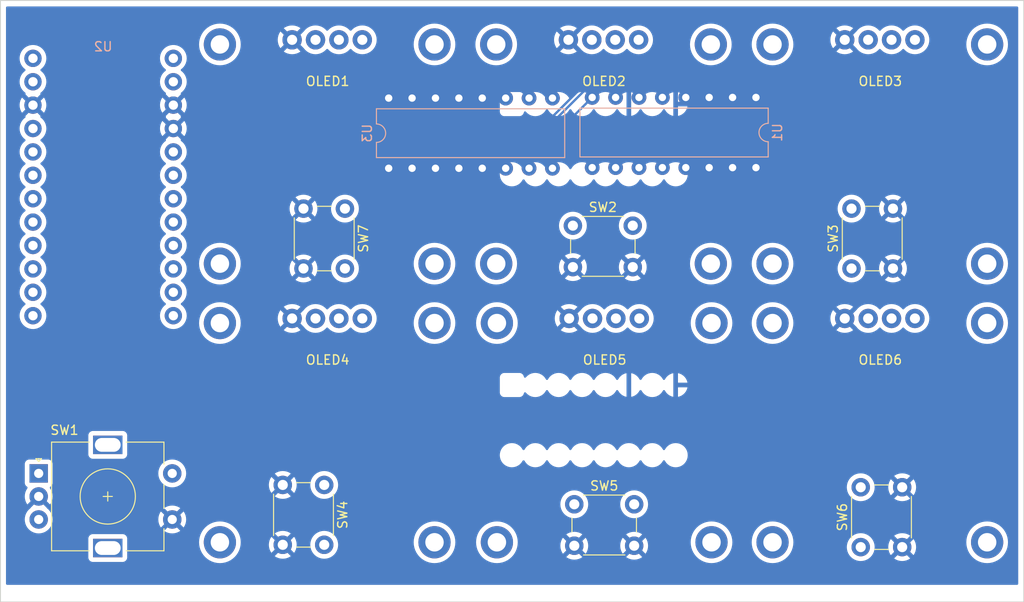
<source format=kicad_pcb>
(kicad_pcb (version 20211014) (generator pcbnew)
  (layers (0 "F.Cu" signal) (31 "B.Cu" signal) (34 "B.Paste" user) (35 "F.Paste" user) (36 "B.SilkS" user "B.Silkscreen") (37 "F.SilkS" user "F.Silkscreen") (38 "B.Mask" user) (39 "F.Mask" user) (44 "Edge.Cuts" user))
  (net 0 "")
  (net 1 "GND")
  (net 2 "3v3")
  (net 3 "SCL")
  (net 4 "OLED_SDA_1")
  (net 5 "OLED_SDA_2")
  (net 6 "OLED_SDA_3")
  (net 7 "OLED_SDA_4")
  (net 8 "OLED_SDA_5")
  (net 9 "OLED_SDA_6")
  (net 10 "ROTARY_A")
  (net 11 "ROTARY_B")
  (net 12 "ROTARY_SW")
  (net 13 "SW_6")
  (net 14 "SW_3")
  (net 15 "SW_5")
  (net 16 "SW_2")
  (net 17 "SW_4")
  (net 18 "SW_1")
  (net 20 "OLED_SDA")
  (net 23 "ADDR2")
  (net 24 "ADDR1")
  (net 25 "ADDR0")
  (net 27 "SWITCH_SIG")
  (footprint "Custom:SSD1306_0.96in" (layer "F.Cu") (at 77.425 62.675)
    (fp_text reference "OLED4" (at 13.7 6 unlocked) (layer "F.SilkS"))
    (fp_text value "ssd1306_0.96in")
    (pad "" np_thru_hole circle (at 25.3 25.8) (size 3.5 3.5) (drill 2) (layers F&B.Cu *.Mask))
    (pad "" np_thru_hole circle (at 2 25.8) (size 3.5 3.5) (drill 2) (layers F&B.Cu *.Mask))
    (pad "" np_thru_hole circle (at 25.3 2) (size 3.5 3.5) (drill 2) (layers F&B.Cu *.Mask))
    (pad "" np_thru_hole circle (at 2 2) (size 3.5 3.5) (drill 2) (layers F&B.Cu *.Mask))
    (pad "1" thru_hole circle (at 9.84 1.5) (size 2.1 2.1) (drill 1.1) (layers *.Mask "F.Cu" "In1.Cu" "B.Cu") (net 1 "GND"))
    (pad "2" thru_hole circle (at 12.38 1.5) (size 2.1 2.1) (drill 1.1) (layers *.Mask "F.Cu" "In1.Cu" "B.Cu") (net 2 "3v3"))
    (pad "3" thru_hole circle (at 14.92 1.5) (size 2.1 2.1) (drill 1.1) (layers *.Mask "F.Cu" "In1.Cu" "B.Cu") (net 3 "SCL"))
    (pad "4" thru_hole circle (at 17.46 1.5) (size 2.1 2.1) (drill 1.1) (layers *.Mask "F.Cu" "In1.Cu" "B.Cu") (net 8 "OLED_SDA_5"))
  )
  (footprint "Custom:SSD1306_0.96in" (layer "F.Cu") (at 107.5 62.675)
    (fp_text reference "OLED5" (at 13.7 6 unlocked) (layer "F.SilkS"))
    (fp_text value "ssd1306_0.96in")
    (pad "" np_thru_hole circle (at 25.3 25.8) (size 3.5 3.5) (drill 2) (layers F&B.Cu *.Mask))
    (pad "" np_thru_hole circle (at 2 25.8) (size 3.5 3.5) (drill 2) (layers F&B.Cu *.Mask))
    (pad "" np_thru_hole circle (at 25.3 2) (size 3.5 3.5) (drill 2) (layers F&B.Cu *.Mask))
    (pad "" np_thru_hole circle (at 2 2) (size 3.5 3.5) (drill 2) (layers F&B.Cu *.Mask))
    (pad "1" thru_hole circle (at 9.84 1.5) (size 2.1 2.1) (drill 1.1) (layers *.Mask "F.Cu" "In1.Cu" "B.Cu") (net 1 "GND"))
    (pad "2" thru_hole circle (at 12.38 1.5) (size 2.1 2.1) (drill 1.1) (layers *.Mask "F.Cu" "In1.Cu" "B.Cu") (net 2 "3v3"))
    (pad "3" thru_hole circle (at 14.92 1.5) (size 2.1 2.1) (drill 1.1) (layers *.Mask "F.Cu" "In1.Cu" "B.Cu") (net 3 "SCL"))
    (pad "4" thru_hole circle (at 17.46 1.5) (size 2.1 2.1) (drill 1.1) (layers *.Mask "F.Cu" "In1.Cu" "B.Cu") (net 6 "OLED_SDA_3"))
  )
  (footprint "Custom:SSD1306_0.96in" (layer "F.Cu") (at 137.425 32.425)
    (fp_text reference "OLED3" (at 13.7 6 unlocked) (layer "F.SilkS"))
    (fp_text value "ssd1306_0.96in")
    (pad "" np_thru_hole circle (at 2 25.8) (size 3.5 3.5) (drill 2) (layers F&B.Cu *.Mask))
    (pad "" np_thru_hole circle (at 2 2) (size 3.5 3.5) (drill 2) (layers F&B.Cu *.Mask))
    (pad "" np_thru_hole circle (at 25.3 25.8) (size 3.5 3.5) (drill 2) (layers F&B.Cu *.Mask))
    (pad "" np_thru_hole circle (at 25.3 2) (size 3.5 3.5) (drill 2) (layers F&B.Cu *.Mask))
    (pad "1" thru_hole circle (at 9.84 1.5) (size 2.1 2.1) (drill 1.1) (layers *.Mask "F.Cu" "In1.Cu" "B.Cu") (net 1 "GND"))
    (pad "2" thru_hole circle (at 12.38 1.5) (size 2.1 2.1) (drill 1.1) (layers *.Mask "F.Cu" "In1.Cu" "B.Cu") (net 2 "3v3"))
    (pad "3" thru_hole circle (at 14.92 1.5) (size 2.1 2.1) (drill 1.1) (layers *.Mask "F.Cu" "In1.Cu" "B.Cu") (net 3 "SCL"))
    (pad "4" thru_hole circle (at 17.46 1.5) (size 2.1 2.1) (drill 1.1) (layers *.Mask "F.Cu" "In1.Cu" "B.Cu") (net 5 "OLED_SDA_2"))
  )
  (footprint "Rotary_Encoder:RotaryEncoder_Alps_EC11E-Switch_Vertical_H20mm" (layer "F.Cu") (at 59.75 81)
    (fp_text reference "SW1" (at 2.8 -4.7) (layer "F.SilkS"))
    (fp_text value "RotaryEncoder_Switch")
    (fp_line (start 13.6 -3.4) (end 13.6 -1) (layer "F.SilkS") (width 0.12))
    (fp_line (start 7 2.5) (end 8 2.5) (layer "F.SilkS") (width 0.12))
    (fp_line (start 1.4 -3.4) (end 1.4 8.4) (layer "F.SilkS") (width 0.12))
    (fp_line (start 7.5 2) (end 7.5 3) (layer "F.SilkS") (width 0.12))
    (fp_line (start -0.3 -1.6) (end 0.3 -1.6) (layer "F.SilkS") (width 0.12))
    (fp_line (start 0.3 -1.6) (end 0 -1.3) (layer "F.SilkS") (width 0.12))
    (fp_line (start 13.6 6) (end 13.6 8.4) (layer "F.SilkS") (width 0.12))
    (fp_line (start 13.6 8.4) (end 9.5 8.4) (layer "F.SilkS") (width 0.12))
    (fp_line (start 5.5 8.4) (end 1.4 8.4) (layer "F.SilkS") (width 0.12))
    (fp_line (start 5.5 -3.4) (end 1.4 -3.4) (layer "F.SilkS") (width 0.12))
    (fp_line (start 13.6 1.2) (end 13.6 3.8) (layer "F.SilkS") (width 0.12))
    (fp_line (start 0 -1.3) (end -0.3 -1.6) (layer "F.SilkS") (width 0.12))
    (fp_line (start 9.5 -3.4) (end 13.6 -3.4) (layer "F.SilkS") (width 0.12))
    (fp_circle (center 7.5 2.5) (end 10.5 2.5) (layer "F.SilkS") (width 0.12) (fill none))
    (pad "" np_thru_hole rect (at 7.5 8.1) (size 3.2 2) (drill oval 2.8 1.5) (layers F&B.Cu *.Mask))
    (pad "" np_thru_hole rect (at 7.5 -3.1) (size 3.2 2) (drill oval 2.8 1.5) (layers F&B.Cu *.Mask))
    (pad "A" thru_hole rect (at 0 0) (size 2 2) (drill 1) (layers *.Cu *.Mask) (net 10 "ROTARY_A"))
    (pad "B" thru_hole circle (at 0 5) (size 2 2) (drill 1) (layers *.Cu *.Mask) (net 11 "ROTARY_B"))
    (pad "C" thru_hole circle (at 0 2.5) (size 2 2) (drill 1) (layers *.Cu *.Mask) (net 1 "GND"))
    (pad "S1" thru_hole circle (at 14.5 5) (size 2 2) (drill 1) (layers *.Cu *.Mask) (net 1 "GND"))
    (pad "S2" thru_hole circle (at 14.5 0) (size 2 2) (drill 1) (layers *.Cu *.Mask) (net 12 "ROTARY_SW"))
  )
  (footprint "Custom:SSD1306_0.96in" (layer "F.Cu") (at 107.425 32.425)
    (fp_text reference "OLED2" (at 13.7 6 unlocked) (layer "F.SilkS"))
    (fp_text value "ssd1306_0.96in")
    (pad "" np_thru_hole circle (at 25.3 2) (size 3.5 3.5) (drill 2) (layers F&B.Cu *.Mask))
    (pad "" np_thru_hole circle (at 2 2) (size 3.5 3.5) (drill 2) (layers F&B.Cu *.Mask))
    (pad "" np_thru_hole circle (at 2 25.8) (size 3.5 3.5) (drill 2) (layers F&B.Cu *.Mask))
    (pad "" np_thru_hole circle (at 25.3 25.8) (size 3.5 3.5) (drill 2) (layers F&B.Cu *.Mask))
    (pad "1" thru_hole circle (at 9.84 1.5) (size 2.1 2.1) (drill 1.1) (layers *.Mask "F.Cu" "In1.Cu" "B.Cu") (net 1 "GND"))
    (pad "2" thru_hole circle (at 12.38 1.5) (size 2.1 2.1) (drill 1.1) (layers *.Mask "F.Cu" "In1.Cu" "B.Cu") (net 2 "3v3"))
    (pad "3" thru_hole circle (at 14.92 1.5) (size 2.1 2.1) (drill 1.1) (layers *.Mask "F.Cu" "In1.Cu" "B.Cu") (net 3 "SCL"))
    (pad "4" thru_hole circle (at 17.46 1.5) (size 2.1 2.1) (drill 1.1) (layers *.Mask "F.Cu" "In1.Cu" "B.Cu") (net 7 "OLED_SDA_4"))
  )
  (footprint "Custom:SSD1306_0.96in" (layer "F.Cu") (at 77.425 32.425)
    (fp_text reference "OLED1" (at 13.7 6 unlocked) (layer "F.SilkS"))
    (fp_text value "ssd1306_0.96in")
    (pad "" np_thru_hole circle (at 25.3 25.8) (size 3.5 3.5) (drill 2) (layers F&B.Cu *.Mask))
    (pad "" np_thru_hole circle (at 25.3 2) (size 3.5 3.5) (drill 2) (layers F&B.Cu *.Mask))
    (pad "" np_thru_hole circle (at 2 2) (size 3.5 3.5) (drill 2) (layers F&B.Cu *.Mask))
    (pad "" np_thru_hole circle (at 2 25.8) (size 3.5 3.5) (drill 2) (layers F&B.Cu *.Mask))
    (pad "1" thru_hole circle (at 9.84 1.5) (size 2.1 2.1) (drill 1.1) (layers *.Mask "F.Cu" "In1.Cu" "B.Cu") (net 1 "GND"))
    (pad "2" thru_hole circle (at 12.38 1.5) (size 2.1 2.1) (drill 1.1) (layers *.Mask "F.Cu" "In1.Cu" "B.Cu") (net 2 "3v3"))
    (pad "3" thru_hole circle (at 14.92 1.5) (size 2.1 2.1) (drill 1.1) (layers *.Mask "F.Cu" "In1.Cu" "B.Cu") (net 3 "SCL"))
    (pad "4" thru_hole circle (at 17.46 1.5) (size 2.1 2.1) (drill 1.1) (layers *.Mask "F.Cu" "In1.Cu" "B.Cu") (net 4 "OLED_SDA_1"))
  )
  (footprint "Button_Switch_THT:SW_PUSH_6mm_H4.3mm" (layer "F.Cu") (at 117.9 84.35)
    (fp_text reference "SW5" (at 3.25 -2) (layer "F.SilkS"))
    (fp_text value "SW_SPST")
    (fp_line (start 5.5 -1) (end 1 -1) (layer "F.SilkS") (width 0.12))
    (fp_line (start 6.75 3) (end 6.75 1.5) (layer "F.SilkS") (width 0.12))
    (fp_line (start -0.25 1.5) (end -0.25 3) (layer "F.SilkS") (width 0.12))
    (fp_line (start 1 5.5) (end 5.5 5.5) (layer "F.SilkS") (width 0.12))
    (pad "1" thru_hole circle (at 6.5 0 90) (size 2 2) (drill 1.1) (layers *.Cu *.Mask) (net 16 "SW_2"))
    (pad "1" thru_hole circle (at 0 0 90) (size 2 2) (drill 1.1) (layers *.Cu *.Mask) (net 16 "SW_2"))
    (pad "2" thru_hole circle (at 0 4.5 90) (size 2 2) (drill 1.1) (layers *.Cu *.Mask) (net 1 "GND"))
    (pad "2" thru_hole circle (at 6.5 4.5 90) (size 2 2) (drill 1.1) (layers *.Cu *.Mask) (net 1 "GND"))
  )
  (footprint "Button_Switch_THT:SW_PUSH_6mm_H4.3mm" (layer "F.Cu") (at 90.75 82.25 -90)
    (fp_text reference "SW4" (at 3.25 -2 90) (layer "F.SilkS"))
    (fp_text value "SW_SPST")
    (fp_line (start 6.75 3) (end 6.75 1.5) (layer "F.SilkS") (width 0.12))
    (fp_line (start 5.5 -1) (end 1 -1) (layer "F.SilkS") (width 0.12))
    (fp_line (start 1 5.5) (end 5.5 5.5) (layer "F.SilkS") (width 0.12))
    (fp_line (start -0.25 1.5) (end -0.25 3) (layer "F.SilkS") (width 0.12))
    (pad "1" thru_hole circle (at 6.5 0) (size 2 2) (drill 1.1) (layers *.Cu *.Mask) (net 15 "SW_5"))
    (pad "1" thru_hole circle (at 0 0) (size 2 2) (drill 1.1) (layers *.Cu *.Mask) (net 15 "SW_5"))
    (pad "2" thru_hole circle (at 6.5 4.5) (size 2 2) (drill 1.1) (layers *.Cu *.Mask) (net 1 "GND"))
    (pad "2" thru_hole circle (at 0 4.5) (size 2 2) (drill 1.1) (layers *.Cu *.Mask) (net 1 "GND"))
  )
  (footprint "Button_Switch_THT:SW_PUSH_6mm_H4.3mm" (layer "F.Cu") (at 93 52.25 -90)
    (fp_text reference "SW7" (at 3.25 -2 90) (layer "F.SilkS"))
    (fp_text value "SW_SPST")
    (fp_line (start -0.25 1.5) (end -0.25 3) (layer "F.SilkS") (width 0.12))
    (fp_line (start 6.75 3) (end 6.75 1.5) (layer "F.SilkS") (width 0.12))
    (fp_line (start 5.5 -1) (end 1 -1) (layer "F.SilkS") (width 0.12))
    (fp_line (start 1 5.5) (end 5.5 5.5) (layer "F.SilkS") (width 0.12))
    (pad "1" thru_hole circle (at 0 0) (size 2 2) (drill 1.1) (layers *.Cu *.Mask) (net 18 "SW_1"))
    (pad "1" thru_hole circle (at 6.5 0) (size 2 2) (drill 1.1) (layers *.Cu *.Mask) (net 18 "SW_1"))
    (pad "2" thru_hole circle (at 0 4.5) (size 2 2) (drill 1.1) (layers *.Cu *.Mask) (net 1 "GND"))
    (pad "2" thru_hole circle (at 6.5 4.5) (size 2 2) (drill 1.1) (layers *.Cu *.Mask) (net 1 "GND"))
  )
  (footprint "Button_Switch_THT:SW_PUSH_6mm_H4.3mm" (layer "F.Cu") (at 148 58.75 90)
    (fp_text reference "SW3" (at 3.25 -2 90) (layer "F.SilkS"))
    (fp_text value "SW_SPST")
    (fp_line (start -0.25 1.5) (end -0.25 3) (layer "F.SilkS") (width 0.12))
    (fp_line (start 6.75 3) (end 6.75 1.5) (layer "F.SilkS") (width 0.12))
    (fp_line (start 5.5 -1) (end 1 -1) (layer "F.SilkS") (width 0.12))
    (fp_line (start 1 5.5) (end 5.5 5.5) (layer "F.SilkS") (width 0.12))
    (pad "1" thru_hole circle (at 0 0 180) (size 2 2) (drill 1.1) (layers *.Cu *.Mask) (net 14 "SW_3"))
    (pad "1" thru_hole circle (at 6.5 0 180) (size 2 2) (drill 1.1) (layers *.Cu *.Mask) (net 14 "SW_3"))
    (pad "2" thru_hole circle (at 0 4.5 180) (size 2 2) (drill 1.1) (layers *.Cu *.Mask) (net 1 "GND"))
    (pad "2" thru_hole circle (at 6.5 4.5 180) (size 2 2) (drill 1.1) (layers *.Cu *.Mask) (net 1 "GND"))
  )
  (footprint "Button_Switch_THT:SW_PUSH_6mm_H4.3mm" (layer "F.Cu") (at 149 89 90)
    (fp_text reference "SW6" (at 3.25 -2 90) (layer "F.SilkS"))
    (fp_text value "SW_SPST")
    (fp_line (start -0.25 1.5) (end -0.25 3) (layer "F.SilkS") (width 0.12))
    (fp_line (start 1 5.5) (end 5.5 5.5) (layer "F.SilkS") (width 0.12))
    (fp_line (start 6.75 3) (end 6.75 1.5) (layer "F.SilkS") (width 0.12))
    (fp_line (start 5.5 -1) (end 1 -1) (layer "F.SilkS") (width 0.12))
    (pad "1" thru_hole circle (at 0 0 180) (size 2 2) (drill 1.1) (layers *.Cu *.Mask) (net 17 "SW_4"))
    (pad "1" thru_hole circle (at 6.5 0 180) (size 2 2) (drill 1.1) (layers *.Cu *.Mask) (net 17 "SW_4"))
    (pad "2" thru_hole circle (at 0 4.5 180) (size 2 2) (drill 1.1) (layers *.Cu *.Mask) (net 1 "GND"))
    (pad "2" thru_hole circle (at 6.5 4.5 180) (size 2 2) (drill 1.1) (layers *.Cu *.Mask) (net 1 "GND"))
  )
  (footprint "Button_Switch_THT:SW_PUSH_6mm_H4.3mm" (layer "F.Cu") (at 117.75 54.1)
    (fp_text reference "SW2" (at 3.25 -2) (layer "F.SilkS"))
    (fp_text value "SW_SPST")
    (fp_line (start 6.75 3) (end 6.75 1.5) (layer "F.SilkS") (width 0.12))
    (fp_line (start 1 5.5) (end 5.5 5.5) (layer "F.SilkS") (width 0.12))
    (fp_line (start 5.5 -1) (end 1 -1) (layer "F.SilkS") (width 0.12))
    (fp_line (start -0.25 1.5) (end -0.25 3) (layer "F.SilkS") (width 0.12))
    (pad "1" thru_hole circle (at 6.5 0 90) (size 2 2) (drill 1.1) (layers *.Cu *.Mask) (net 13 "SW_6"))
    (pad "1" thru_hole circle (at 0 0 90) (size 2 2) (drill 1.1) (layers *.Cu *.Mask) (net 13 "SW_6"))
    (pad "2" thru_hole circle (at 6.5 4.5 90) (size 2 2) (drill 1.1) (layers *.Cu *.Mask) (net 1 "GND"))
    (pad "2" thru_hole circle (at 0 4.5 90) (size 2 2) (drill 1.1) (layers *.Cu *.Mask) (net 1 "GND"))
  )
  (footprint "Custom:SSD1306_0.96in" (layer "F.Cu") (at 137.425 62.675)
    (fp_text reference "OLED6" (at 13.7 6 unlocked) (layer "F.SilkS"))
    (fp_text value "ssd1306_0.96in")
    (pad "" np_thru_hole circle (at 2 2) (size 3.5 3.5) (drill 2) (layers F&B.Cu *.Mask))
    (pad "" np_thru_hole circle (at 2 25.8) (size 3.5 3.5) (drill 2) (layers F&B.Cu *.Mask))
    (pad "" np_thru_hole circle (at 25.3 25.8) (size 3.5 3.5) (drill 2) (layers F&B.Cu *.Mask))
    (pad "" np_thru_hole circle (at 25.3 2) (size 3.5 3.5) (drill 2) (layers F&B.Cu *.Mask))
    (pad "1" thru_hole circle (at 9.84 1.5) (size 2.1 2.1) (drill 1.1) (layers *.Mask "F.Cu" "In1.Cu" "B.Cu") (net 1 "GND"))
    (pad "2" thru_hole circle (at 12.38 1.5) (size 2.1 2.1) (drill 1.1) (layers *.Mask "F.Cu" "In1.Cu" "B.Cu") (net 2 "3v3"))
    (pad "3" thru_hole circle (at 14.92 1.5) (size 2.1 2.1) (drill 1.1) (layers *.Mask "F.Cu" "In1.Cu" "B.Cu") (net 3 "SCL"))
    (pad "4" thru_hole circle (at 17.46 1.5) (size 2.1 2.1) (drill 1.1) (layers *.Mask "F.Cu" "In1.Cu" "B.Cu") (net 9 "OLED_SDA_6"))
  )
  (footprint "Custom:Sparkfun Pro Micro - RP2040" (layer "B.Cu") (at 74.37 35.935 180)
    (fp_text reference "U2" (at 7.62 1.27 unlocked) (layer "B.SilkS") (effects (justify mirror)))
    (fp_text value "SparkFun_Pro_Micro_-_RP2040")
    (pad "1" thru_hole circle (at 0 0 180) (size 1.8796 1.8796) (drill 1.016) (layers *.Mask "F.Cu" "In1.Cu" "B.Cu"))
    (pad "2" thru_hole circle (at 0 -2.54 180) (size 1.8796 1.8796) (drill 1.016) (layers *.Mask "F.Cu" "In1.Cu" "B.Cu"))
    (pad "3" thru_hole circle (at 0 -5.08 180) (size 1.8796 1.8796) (drill 1.016) (layers *.Mask "F.Cu" "In1.Cu" "B.Cu") (net 1 "GND"))
    (pad "4" thru_hole circle (at 0 -7.62 180) (size 1.8796 1.8796) (drill 1.016) (layers *.Mask "F.Cu" "In1.Cu" "B.Cu") (net 1 "GND"))
    (pad "5" thru_hole circle (at 0 -10.16 180) (size 1.8796 1.8796) (drill 1.016) (layers *.Mask "F.Cu" "In1.Cu" "B.Cu"))
    (pad "6" thru_hole circle (at 0 -12.7 180) (size 1.8796 1.8796) (drill 1.016) (layers *.Mask "F.Cu" "In1.Cu" "B.Cu") (net 12 "ROTARY_SW"))
    (pad "7" thru_hole circle (at 0 -15.24 180) (size 1.8796 1.8796) (drill 1.016) (layers *.Mask "F.Cu" "In1.Cu" "B.Cu") (net 10 "ROTARY_A"))
    (pad "8" thru_hole circle (at 0 -17.78 180) (size 1.8796 1.8796) (drill 1.016) (layers *.Mask "F.Cu" "In1.Cu" "B.Cu") (net 11 "ROTARY_B"))
    (pad "9" thru_hole circle (at 0 -20.32 180) (size 1.8796 1.8796) (drill 1.016) (layers *.Mask "F.Cu" "In1.Cu" "B.Cu") (net 27 "SWITCH_SIG"))
    (pad "10" thru_hole circle (at 0 -22.86 180) (size 1.8796 1.8796) (drill 1.016) (layers *.Mask "F.Cu" "In1.Cu" "B.Cu") (net 23 "ADDR2"))
    (pad "11" thru_hole circle (at 0 -25.4 180) (size 1.8796 1.8796) (drill 1.016) (layers *.Mask "F.Cu" "In1.Cu" "B.Cu") (net 24 "ADDR1"))
    (pad "12" thru_hole circle (at 0 -27.94 180) (size 1.8796 1.8796) (drill 1.016) (layers *.Mask "F.Cu" "In1.Cu" "B.Cu") (net 25 "ADDR0"))
    (pad "13" thru_hole circle (at 15.24 -27.94 180) (size 1.8796 1.8796) (drill 1.016) (layers *.Mask "F.Cu" "In1.Cu" "B.Cu") (net 3 "SCL"))
    (pad "14" thru_hole circle (at 15.24 -25.4 180) (size 1.8796 1.8796) (drill 1.016) (layers *.Mask "F.Cu" "In1.Cu" "B.Cu"))
    (pad "15" thru_hole circle (at 15.24 -22.86 180) (size 1.8796 1.8796) (drill 1.016) (layers *.Mask "F.Cu" "In1.Cu" "B.Cu") (net 20 "OLED_SDA"))
    (pad "16" thru_hole circle (at 15.24 -20.32 180) (size 1.8796 1.8796) (drill 1.016) (layers *.Mask "F.Cu" "In1.Cu" "B.Cu"))
    (pad "17" thru_hole circle (at 15.24 -17.78 180) (size 1.8796 1.8796) (drill 1.016) (layers *.Mask "F.Cu" "In1.Cu" "B.Cu"))
    (pad "18" thru_hole circle (at 15.24 -15.24 180) (size 1.8796 1.8796) (drill 1.016) (layers *.Mask "F.Cu" "In1.Cu" "B.Cu"))
    (pad "19" thru_hole circle (at 15.24 -12.7 180) (size 1.8796 1.8796) (drill 1.016) (layers *.Mask "F.Cu" "In1.Cu" "B.Cu"))
    (pad "20" thru_hole circle (at 15.24 -10.16 180) (size 1.8796 1.8796) (drill 1.016) (layers *.Mask "F.Cu" "In1.Cu" "B.Cu"))
    (pad "21" thru_hole circle (at 15.24 -7.62 180) (size 1.8796 1.8796) (drill 1.016) (layers *.Mask "F.Cu" "In1.Cu" "B.Cu") (net 2 "3v3"))
    (pad "22" thru_hole circle (at 15.24 -5.08 180) (size 1.8796 1.8796) (drill 1.016) (layers *.Mask "F.Cu" "In1.Cu" "B.Cu") (net 1 "GND"))
    (pad "23" thru_hole circle (at 15.24 -2.54 180) (size 1.8796 1.8796) (drill 1.016) (layers *.Mask "F.Cu" "In1.Cu" "B.Cu"))
    (pad "24" thru_hole circle (at 15.24 0 180) (size 1.8796 1.8796) (drill 1.016) (layers *.Mask "F.Cu" "In1.Cu" "B.Cu"))
  )
  (footprint "Package_DIP:DIP-16_W7.62mm" (layer "B.Cu") (at 137.625 47.8 90)
    (fp_text reference "U1" (at 3.81 2.33 90) (layer "B.SilkS") (effects (justify mirror)))
    (fp_text value "74HC4051")
    (fp_line (start 2.81 1.33) (end 1.16 1.33) (layer "B.SilkS") (width 0.12))
    (fp_line (start 6.46 -19.11) (end 6.46 1.33) (layer "B.SilkS") (width 0.12))
    (fp_line (start 1.16 1.33) (end 1.16 -19.11) (layer "B.SilkS") (width 0.12))
    (fp_line (start 1.16 -19.11) (end 6.46 -19.11) (layer "B.SilkS") (width 0.12))
    (fp_line (start 6.46 1.33) (end 4.81 1.33) (layer "B.SilkS") (width 0.12))
    (fp_arc (start 2.81 1.33) (mid 3.81 0.33) (end 4.81 1.33) (layer "B.SilkS") (width 0.12))
    (pad "1" thru_hole rect (at 0 0 90) (size 1.6 1.6) (drill 0.8) (layers *.Cu *.Mask) (net 4 "OLED_SDA_1"))
    (pad "2" thru_hole oval (at 0 -2.54 90) (size 1.6 1.6) (drill 0.8) (layers *.Cu *.Mask))
    (pad "3" thru_hole oval (at 0 -5.08 90) (size 1.6 1.6) (drill 0.8) (layers *.Cu *.Mask) (net 20 "OLED_SDA"))
    (pad "4" thru_hole oval (at 0 -7.62 90) (size 1.6 1.6) (drill 0.8) (layers *.Cu *.Mask))
    (pad "5" thru_hole oval (at 0 -10.16 90) (size 1.6 1.6) (drill 0.8) (layers *.Cu *.Mask) (net 5 "OLED_SDA_2"))
    (pad "6" thru_hole oval (at 0 -12.7 90) (size 1.6 1.6) (drill 0.8) (layers *.Cu *.Mask) (net 1 "GND"))
    (pad "7" thru_hole oval (at 0 -15.24 90) (size 1.6 1.6) (drill 0.8) (layers *.Cu *.Mask))
    (pad "8" thru_hole oval (at 0 -17.78 90) (size 1.6 1.6) (drill 0.8) (layers *.Cu *.Mask) (net 1 "GND"))
    (pad "9" thru_hole oval (at 7.62 -17.78 90) (size 1.6 1.6) (drill 0.8) (layers *.Cu *.Mask) (net 23 "ADDR2"))
    (pad "10" thru_hole oval (at 7.62 -15.24 90) (size 1.6 1.6) (drill 0.8) (layers *.Cu *.Mask) (net 24 "ADDR1"))
    (pad "11" thru_hole oval (at 7.62 -12.7 90) (size 1.6 1.6) (drill 0.8) (layers *.Cu *.Mask) (net 25 "ADDR0"))
    (pad "12" thru_hole oval (at 7.62 -10.16 90) (size 1.6 1.6) (drill 0.8) (layers *.Cu *.Mask) (net 9 "OLED_SDA_6"))
    (pad "13" thru_hole oval (at 7.62 -7.62 90) (size 1.6 1.6) (drill 0.8) (layers *.Cu *.Mask) (net 6 "OLED_SDA_3"))
    (pad "14" thru_hole oval (at 7.62 -5.08 90) (size 1.6 1.6) (drill 0.8) (layers *.Cu *.Mask) (net 7 "OLED_SDA_4"))
    (pad "15" thru_hole oval (at 7.62 -2.54 90) (size 1.6 1.6) (drill 0.8) (layers *.Cu *.Mask) (net 8 "OLED_SDA_5"))
    (pad "16" thru_hole oval (at 7.62 0 90) (size 1.6 1.6) (drill 0.8) (layers *.Cu *.Mask) (net 2 "3v3"))
  )
  (footprint "Package_DIP:DIP-16_W7.62mm" (layer "B.Cu") (at 97.75 40.25 -90)
    (fp_text reference "U3" (at 3.81 2.33 90) (layer "B.SilkS") (effects (justify mirror)))
    (fp_text value "74HC4051")
    (fp_line (start 1.16 1.33) (end 1.16 -19.11) (layer "B.SilkS") (width 0.12))
    (fp_line (start 1.16 -19.11) (end 6.46 -19.11) (layer "B.SilkS") (width 0.12))
    (fp_line (start 2.81 1.33) (end 1.16 1.33) (layer "B.SilkS") (width 0.12))
    (fp_line (start 6.46 -19.11) (end 6.46 1.33) (layer "B.SilkS") (width 0.12))
    (fp_line (start 6.46 1.33) (end 4.81 1.33) (layer "B.SilkS") (width 0.12))
    (fp_arc (start 2.81 1.33) (mid 3.81 0.33) (end 4.81 1.33) (layer "B.SilkS") (width 0.12))
    (pad "1" thru_hole rect (at 0 0 270) (size 1.6 1.6) (drill 0.8) (layers *.Cu *.Mask) (net 18 "SW_1"))
    (pad "2" thru_hole oval (at 0 -2.54 270) (size 1.6 1.6) (drill 0.8) (layers *.Cu *.Mask))
    (pad "3" thru_hole oval (at 0 -5.08 270) (size 1.6 1.6) (drill 0.8) (layers *.Cu *.Mask) (net 27 "SWITCH_SIG"))
    (pad "4" thru_hole oval (at 0 -7.62 270) (size 1.6 1.6) (drill 0.8) (layers *.Cu *.Mask))
    (pad "5" thru_hole oval (at 0 -10.16 270) (size 1.6 1.6) (drill 0.8) (layers *.Cu *.Mask) (net 16 "SW_2"))
    (pad "6" thru_hole oval (at 0 -12.7 270) (size 1.6 1.6) (drill 0.8) (layers *.Cu *.Mask) (net 1 "GND"))
    (pad "7" thru_hole oval (at 0 -15.24 270) (size 1.6 1.6) (drill 0.8) (layers *.Cu *.Mask))
    (pad "8" thru_hole oval (at 0 -17.78 270) (size 1.6 1.6) (drill 0.8) (layers *.Cu *.Mask) (net 1 "GND"))
    (pad "9" thru_hole oval (at 7.62 -17.78 270) (size 1.6 1.6) (drill 0.8) (layers *.Cu *.Mask) (net 23 "ADDR2"))
    (pad "10" thru_hole oval (at 7.62 -15.24 270) (size 1.6 1.6) (drill 0.8) (layers *.Cu *.Mask) (net 24 "ADDR1"))
    (pad "11" thru_hole oval (at 7.62 -12.7 270) (size 1.6 1.6) (drill 0.8) (layers *.Cu *.Mask) (net 25 "ADDR0"))
    (pad "12" thru_hole oval (at 7.62 -10.16 270) (size 1.6 1.6) (drill 0.8) (layers *.Cu *.Mask) (net 14 "SW_3"))
    (pad "13" thru_hole oval (at 7.62 -7.62 270) (size 1.6 1.6) (drill 0.8) (layers *.Cu *.Mask) (net 13 "SW_6"))
    (pad "14" thru_hole oval (at 7.62 -5.08 270) (size 1.6 1.6) (drill 0.8) (layers *.Cu *.Mask) (net 17 "SW_4"))
    (pad "15" thru_hole oval (at 7.62 -2.54 270) (size 1.6 1.6) (drill 0.8) (layers *.Cu *.Mask) (net 15 "SW_5"))
    (pad "16" thru_hole oval (at 7.62 0 270) (size 1.6 1.6) (drill 0.8) (layers *.Cu *.Mask) (net 2 "3v3"))
  )
  (gr_rect (start 166.7 29.65) (end 55.6 94.95) (layer "Edge.Cuts") (width 0.1) (fill none))
  (segment (start 115.53 47.87) (end 115.53 44.495) (width 0.25) (layer "B.Cu") (net 23))
  (segment (start 115.53 44.495) (end 119.845 40.18) (width 0.25) (layer "B.Cu") (net 23))
  (segment (start 121.26 39.055) (end 122.385 40.18) (width 0.25) (layer "B.Cu") (net 24))
  (segment (start 112.99 45.444009) (end 119.379009 39.055) (width 0.25) (layer "B.Cu") (net 24))
  (segment (start 119.379009 39.055) (end 121.26 39.055) (width 0.25) (layer "B.Cu") (net 24))
  (segment (start 112.99 47.87) (end 112.99 45.444009) (width 0.25) (layer "B.Cu") (net 24))
  (segment (start 110.45 47.87) (end 110.45 47.347613) (width 0.25) (layer "B.Cu") (net 25))
  (segment (start 119.192613 38.605) (end 123.35 38.605) (width 0.25) (layer "B.Cu") (net 25))
  (segment (start 110.45 47.347613) (end 119.192613 38.605) (width 0.25) (layer "B.Cu") (net 25))
  (segment (start 123.35 38.605) (end 124.925 40.18) (width 0.25) (layer "B.Cu") (net 25))
  (zone (net 1) (net_name "GND") (layer "B.Cu") (connect_pads (clearance 0.508)) (min_thickness 0.254) (fill yes (thermal_gap 0.508) (thermal_bridge_width 0.508))
    (polygon (pts (xy 166.1 93.1) (xy 56.2 93.1) (xy 56.2 30.3) (xy 166.1 30.3)))
  )
)
</source>
